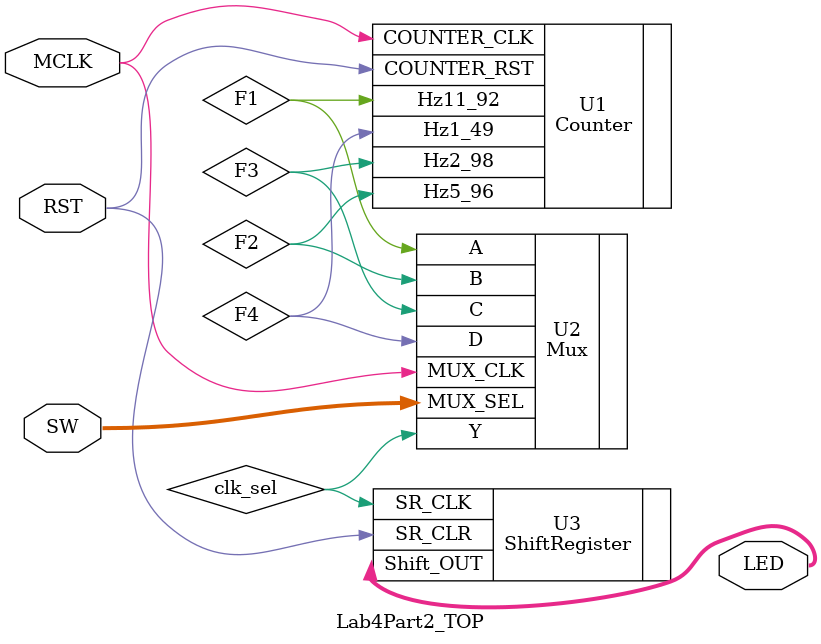
<source format=v>
`timescale 1ns / 1ps
/* **********************************************************************************
*	Module name: Lab4-Part2_TOP.v
*	Description: Top module for Part 2 of Lab 4. All connections and instantiations
*					 for all Verliog modules are performed here.
*
*	Author				Date						Revision		Comments	
*************************************************************************************
*	Leonardo Fusser	25 October 2021		v1.0.0		Created Lab4-Part2_TOP.v file.
*	Leonardo Fusser	8 November 2021		v1.0.1		Completed Lab4-Part2_TOP.v file.
*
*************************************************************************************/


/*Lab4 (Part2) TOP module*/
module Lab4Part2_TOP(
	 input [1:0] SW,		//CLK-divide select input switches.
	 input RST, MCLK,		//RST and MCLK inputs.
	 output [7:0] LED		//Shifting LED outputs.
    );
	 
	wire clk_sel, F1, F2, F3, F4;	//Selected CLK-divide output wire and CLK-divide input wires.

	/*Counter module instantiation*/
	Counter U1(
		.COUNTER_CLK(MCLK), //Connects to MCLK.
		.COUNTER_RST(RST),  //Connects to RST.
		.Hz11_92(F1),		  //Connects to F1.
		.Hz5_96(F2),		  //Connects to F2.
		.Hz2_98(F3),		  //Connects to F3.
		.Hz1_49(F4)			  //Connects to F4.
	);
	
	/*MUX module instantiation*/
	Mux U2(
		.MUX_CLK(MCLK),	  //Connects to MCLK.
		.MUX_SEL(SW),		  //Connects to CLK-divide select input switches.
		.A(F1),				  //Connects to F1.
		.B(F2),				  //Connects to F2.
		.C(F3),				  //Connects to F3.
		.D(F4),				  //Connects to F4.
		.Y(clk_sel)			  //Connects to clk_sel.
	);
	
	/*ShiftRegister module instantiation*/
	ShiftRegister U3(
		.SR_CLK(clk_sel),	  //Connects to clk_sel.
		.SR_CLR(RST),		  //Connects to RST.
		.Shift_OUT(LED)	  //Connects to shifting LED outputs.
	);

endmodule

</source>
